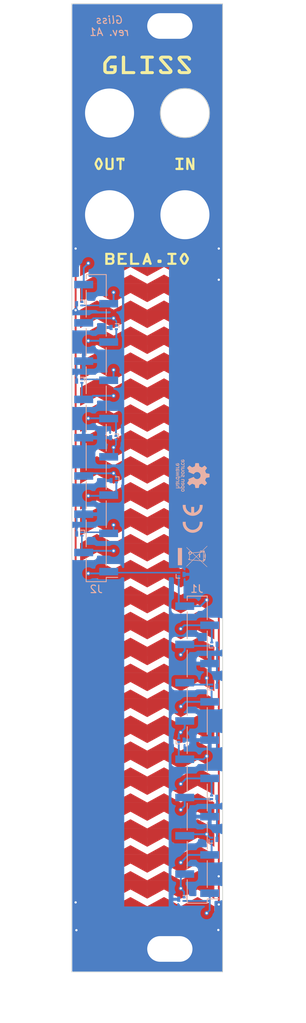
<source format=kicad_pcb>
(kicad_pcb (version 20221018) (generator pcbnew)
  (title_block (title "Gliss [Faceplate]") (rev "1.0") (company "Augmented Instruments Ltd."))
  (layers (0 "F.Cu" signal) (31 "B.Cu" signal) (34 "B.Paste" user) (35 "F.Paste" user) (36 "B.SilkS" user "B.Silkscreen") (37 "F.SilkS" user "F.Silkscreen") (38 "B.Mask" user) (39 "F.Mask" user) (44 "Edge.Cuts" user))
  (net 0 "")
  (net 1 "GND")
  (net 2 "/pad2")
  (net 3 "/pad6")
  (net 4 "/pad10")
  (net 5 "/pad14")
  (net 6 "/pad18")
  (net 7 "/pad22")
  (net 8 "/pad26")
  (net 9 "/pad4")
  (net 10 "/pad8")
  (net 11 "/pad12")
  (net 12 "/pad16")
  (net 13 "/pad20")
  (net 14 "/pad24")
  (net 15 "/pad1")
  (net 16 "/pad3")
  (net 17 "/pad5")
  (net 18 "/pad7")
  (net 19 "/pad9")
  (net 20 "/pad11")
  (net 21 "/pad13")
  (net 22 "/pad15")
  (net 23 "/pad17")
  (net 24 "/pad19")
  (net 25 "/pad21")
  (net 26 "/pad23")
  (net 27 "/pad25")
  (footprint "Gliss:TouchSlider-26_89.5x17.8mm" (layer "F.Cu") (at 130.52 100.89 -90)
    (fp_text reference "P1" hide)
    (fp_text value "Conn_01x26")
  )
  (footprint "Gliss:eurorack_knurled_nut" (layer "F.Cu") (at 135.52 51.53)
    (fp_text reference "REF**" hide)
    (fp_text value "eurorack_knurled_nut")
  )
  (footprint "Gliss:eurorack_knurled_nut" (layer "F.Cu") (at 125.52 51.53)
    (fp_text reference "REF**" hide)
    (fp_text value "eurorack_knurled_nut")
  )
  (footprint "Gliss:eurorack_knurled_nut" (layer "F.Cu") (at 125.52 38.03)
    (fp_text reference "REF**" hide)
    (fp_text value "eurorack_knurled_nut")
  )
  (footprint "Gliss:gliss_edge_silkscreen_rotated_v3" (layer "F.Cu") (at 140.52 152.03 180)
    (fp_text reference "outline" hide)
    (fp_text value "Val**" hide)
    (fp_line (start 0 0) (end 20 0) (stroke (width 0.1)) (layer "Edge.Cuts"))
    (fp_line (start 0 128.5) (end 0 0) (stroke (width 0.1)) (layer "Edge.Cuts"))
    (fp_line (start 20 0) (end 20 128.5) (stroke (width 0.1)) (layer "Edge.Cuts"))
    (fp_line (start 20 128.5) (end 0 128.5) (stroke (width 0.1)) (layer "Edge.Cuts"))
    (fp_circle (center 5 114) (end 8.25 114) (stroke (width 0.12)) (fill none) (layer "Edge.Cuts"))
  )
  (footprint "Package_DFN_QFN:Diodes_DFN1006-3" (layer "B.Cu") (at 121.5 73.606 180)
    (fp_text reference "U11" hide)
    (fp_text value "D5V0F2U3LP")
  )
  (footprint "Gliss:CE-Mark" (layer "B.Cu") (at 136.55 91.89 90)
    (fp_text reference "REF**" hide)
    (fp_text value "CE-Mark")
  )
  (footprint "Package_DFN_QFN:Diodes_DFN1006-3" (layer "B.Cu") (at 139.407 114.119)
    (fp_text reference "U2" hide)
    (fp_text value "D5V0F2U3LP")
  )
  (footprint "Package_DFN_QFN:Diodes_DFN1006-3" (layer "B.Cu") (at 135.05 99.26)
    (fp_text reference "U13" hide)
    (fp_text value "D5V0F2U3LP")
  )
  (footprint "Package_DFN_QFN:Diodes_DFN1006-3" (layer "B.Cu") (at 121.51 93.9 180)
    (fp_text reference "U10" hide)
    (fp_text value "D5V0F2U3LP")
  )
  (footprint "Connector_PinHeader_2.54mm:PinHeader_1x16_P2.54mm_Vertical_SMD_Pin1Right" (layer "B.Cu") (at 123.75 79.85)
    (fp_text reference "J2")
    (fp_text value "Conn_01x16_Male")
  )
  (footprint "Gliss:OpenSourceHardware_Logo" (layer "B.Cu") (at 136.55 86.14 90)
    (fp_text reference "REF**" hide)
    (fp_text value "OpenSourceHardware_Logo")
  )
  (footprint "Package_DFN_QFN:Diodes_DFN1006-3" (layer "B.Cu") (at 139.407 134.439)
    (fp_text reference "U3" hide)
    (fp_text value "D5V0F2U3LP")
  )
  (footprint "Package_DFN_QFN:Diodes_DFN1006-3" (layer "B.Cu") (at 126.072 66.494 180)
    (fp_text reference "U9" hide)
    (fp_text value "D5V0F2U3LP")
  )
  (footprint "Connector_PinHeader_2.54mm:PinHeader_1x16_P2.54mm_Vertical_SMD_Pin1Right" (layer "B.Cu") (at 137.15 122.53)
    (fp_text reference "J1")
    (fp_text value "Conn_01x16_Male")
  )
  (footprint "Package_DFN_QFN:Diodes_DFN1006-3" (layer "B.Cu") (at 139.407 128.859)
    (fp_text reference "U5" hide)
    (fp_text value "D5V0F2U3LP")
  )
  (footprint "Gliss:WEEE-Label" (layer "B.Cu") (at 136.55 96.89 90)
    (fp_text reference "REF**" hide)
    (fp_text value "WEEE-Label")
  )
  (footprint "Package_DFN_QFN:Diodes_DFN1006-3" (layer "B.Cu") (at 135.05 142.38 180)
    (fp_text reference "U1" hide)
    (fp_text value "D5V0F2U3LP")
  )
  (footprint "Package_DFN_QFN:Diodes_DFN1006-3" (layer "B.Cu") (at 139.43 108.53)
    (fp_text reference "U4" hide)
    (fp_text value "D5V0F2U3LP")
  )
  (footprint "Package_DFN_QFN:Diodes_DFN1006-3" (layer "B.Cu") (at 126.0212 81.1244 180)
    (fp_text reference "U12" hide)
    (fp_text value "D5V0F2U3LP")
  )
  (footprint "Package_DFN_QFN:Diodes_DFN1006-3" (layer "B.Cu") (at 135.05 121.2644)
    (fp_text reference "U7" hide)
    (fp_text value "D5V0F2U3LP")
  )
  (footprint "Package_DFN_QFN:Diodes_DFN1006-3" (layer "B.Cu") (at 126.072 86.814 180)
    (fp_text reference "U8" hide)
    (fp_text value "D5V0F2U3LP")
  )
  (footprint "Package_DFN_QFN:Diodes_DFN1006-3" (layer "B.Cu") (at 121.5 63.3444 180)
    (fp_text reference "U6" hide)
    (fp_text value "D5V0F2U3LP")
  )
  (gr_text "Gliss\nrev. A1" (at 125.52 26.48) (layer "B.SilkS") (effects (font (size 1 1) (thickness 0.15) italic) (justify mirror)))
  (segment (start 121.02 64.208) (end 121.02 142.8) (width 0.25) (layer "F.Cu") (net 1))
  (segment (start 140.01 118.723) (end 140.01 124.311) (width 0.25) (layer "F.Cu") (net 1))
  (segment (start 140.01 146.405) (end 140.01 145.73) (width 0.25) (layer "F.Cu") (net 1))
  (segment (start 140.01 124.311) (end 140.01 139.551) (width 0.25) (layer "F.Cu") (net 1))
  (segment (start 121.02 142.8) (end 121.02 146.385) (width 0.25) (layer "F.Cu") (net 1))
  (segment (start 121.02 56.02) (end 140.01 56.02) (width 0.25) (layer "F.Cu") (net 1))
  (segment (start 140.01 139.551) (end 140.01 145.73) (width 0.25) (layer "F.Cu") (net 1))
  (segment (start 140.01 56.02) (end 140.01 60.16) (width 0.25) (layer "F.Cu") (net 1))
  (segment (start 140.01 56.02) (end 140.01 30.21) (width 0.25) (layer "F.Cu") (net 1))
  (segment (start 121.02 146.385) (end 121.125 146.49) (width 0.25) (layer "F.Cu") (net 1))
  (segment (start 140.01 60.16) (end 140.01 118.723) (width 0.25) (layer "F.Cu") (net 1))
  (segment (start 121.02 56.02) (end 121.02 64.208) (width 0.25) (layer "F.Cu") (net 1))
  (segment (start 139.95 146.465) (end 140.01 146.405) (width 0.25) (layer "F.Cu") (net 1))
  (segment (start 121.02 56.02) (end 121.02 30.09) (width 0.25) (layer "F.Cu") (net 1))
  (via (at 140 139.34) (size 0.6) (drill 0.3) (layers "F.Cu" "B.Cu") (net 1))
  (via (at 140.01 143.08) (size 0.6) (drill 0.3) (layers "F.Cu" "B.Cu") (net 1))
  (via (at 139.95 146.465) (size 0.6) (drill 0.3) (layers "F.Cu" "B.Cu") (net 1))
  (via (at 121.02 142.8) (size 0.6) (drill 0.3) (layers "F.Cu" "B.Cu") (net 1))
  (via (at 121.125 146.49) (size 0.6) (drill 0.3) (layers "F.Cu" "B.Cu") (net 1))
  (via (at 121.02 64.208) (size 0.6) (drill 0.3) (layers "F.Cu" "B.Cu") (net 1))
  (via (at 140.01 56.02) (size 0.6) (drill 0.3) (layers "F.Cu" "B.Cu") (net 1))
  (via (at 140.01 60.16) (size 0.6) (drill 0.3) (layers "F.Cu" "B.Cu") (net 1))
  (via (at 121.02 56.02) (size 0.6) (drill 0.3) (layers "F.Cu" "B.Cu") (net 1))
  (segment (start 138.805 131.42) (end 139.43 131.42) (width 0.25) (layer "B.Cu") (net 1))
  (segment (start 138.805 121.27) (end 139.44 121.27) (width 0.25) (layer "B.Cu") (net 1))
  (segment (start 139.757 121.587) (end 139.757 124.289) (width 0.25) (layer "B.Cu") (net 1))
  (segment (start 139.44 131.42) (end 139.757 131.737) (width 0.25) (layer "B.Cu") (net 1))
  (segment (start 139.78 110.71) (end 139.78 108.53) (width 0.25) (layer "B.Cu") (net 1))
  (segment (start 121.15 91.609) (end 121.15 93.9006) (width 0.25) (layer "B.Cu") (net 1))
  (segment (start 122.095 91.28) (end 121.479 91.28) (width 0.25) (layer "B.Cu") (net 1))
  (segment (start 139.757 131.737) (end 139.757 134.439) (width 0.25) (layer "B.Cu") (net 1))
  (segment (start 138.805 111.1) (end 139.39 111.1) (width 0.25) (layer "B.Cu") (net 1))
  (segment (start 138.805 121.27) (end 139.43 121.27) (width 0.25) (layer "B.Cu") (net 1))
  (segment (start 139.37 111.1) (end 139.757 111.487) (width 0.25) (layer "B.Cu") (net 1))
  (segment (start 139.44 121.27) (end 139.757 121.587) (width 0.25) (layer "B.Cu") (net 1))
  (segment (start 121.479 91.28) (end 121.15 91.609) (width 0.25) (layer "B.Cu") (net 1))
  (segment (start 139.43 121.27) (end 139.757 120.943) (width 0.25) (layer "B.Cu") (net 1))
  (segment (start 125.6668 81.12) (end 125.6712 81.1244) (width 0.2) (layer "B.Cu") (net 1))
  (segment (start 139.757 131.093) (end 139.757 128.859) (width 0.25) (layer "B.Cu") (net 1))
  (segment (start 121.15 64.0754) (end 121.0174 64.208) (width 0.2) (layer "B.Cu") (net 1))
  (segment (start 122.095 91.28) (end 121.733 91.28) (width 0.25) (layer "B.Cu") (net 1))
  (segment (start 121.15 71.416) (end 121.15 73.606) (width 0.2) (layer "B.Cu") (net 1))
  (segment (start 121.606 70.96) (end 121.15 71.416) (width 0.2) (layer "B.Cu") (net 1))
  (segment (start 122.095 81.12) (end 125.6668 81.12) (width 0.2) (layer "B.Cu") (net 1))
  (segment (start 121.733 91.28) (end 121.4294 91.5836) (width 0.25) (layer "B.Cu") (net 1))
  (segment (start 138.805 111.1) (end 139.37 111.1) (width 0.25) (layer "B.Cu") (net 1))
  (segment (start 138.805 131.42) (end 139.44 131.42) (width 0.25) (layer "B.Cu") (net 1))
  (segment (start 139.757 120.943) (end 139.757 118.709) (width 0.25) (layer "B.Cu") (net 1))
  (segment (start 122.095 70.96) (end 121.606 70.96) (width 0.2) (layer "B.Cu") (net 1))
  (segment (start 139.43 131.42) (end 139.757 131.093) (width 0.25) (layer "B.Cu") (net 1))
  (segment (start 139.757 111.487) (end 139.757 114.119) (width 0.25) (layer "B.Cu") (net 1))
  (segment (start 121.15 63.3444) (end 121.15 64.0754) (width 0.2) (layer "B.Cu") (net 1))
  (segment (start 139.39 111.1) (end 139.78 110.71) (width 0.25) (layer "B.Cu") (net 1))
  (via (at 126.05 61.84) (size 0.6) (drill 0.3) (layers "F.Cu" "B.Cu") (net 2))
  (segment (start 121.85 63.5694) (end 125.1756 63.5694) (width 0.2) (layer "B.Cu") (net 2))
  (segment (start 125.405 63.34) (end 124.5016 63.34) (width 0.25) (layer "B.Cu") (net 2))
  (segment (start 126.05 63.0362) (end 126.05 61.84) (width 0.25) (layer "B.Cu") (net 2))
  (segment (start 124.7048 63.34) (end 124.3448 63.7) (width 0.25) (layer "B.Cu") (net 2))
  (segment (start 125.7462 63.34) (end 126.05 63.0362) (width 0.25) (layer "B.Cu") (net 2))
  (segment (start 125.1756 63.5694) (end 125.405 63.34) (width 0.2) (layer "B.Cu") (net 2))
  (segment (start 125.405 63.34) (end 124.7048 63.34) (width 0.25) (layer "B.Cu") (net 2))
  (segment (start 124.5016 63.34) (end 124.2722 63.5694) (width 0.25) (layer "B.Cu") (net 2))
  (segment (start 125.405 63.34) (end 125.7462 63.34) (width 0.25) (layer "B.Cu") (net 2))
  (via (at 126.05 75.56) (size 0.6) (drill 0.3) (layers "F.Cu" "B.Cu") (net 3))
  (segment (start 122.095 76.04) (end 122.8252 76.04) (width 0.25) (layer "B.Cu") (net 3))
  (segment (start 122.8252 76.04) (end 123.3052 75.56) (width 0.25) (layer "B.Cu") (net 3))
  (segment (start 121.85 75.795) (end 122.095 76.04) (width 0.2) (layer "B.Cu") (net 3))
  (segment (start 121.85 73.831) (end 121.85 75.795) (width 0.2) (layer "B.Cu") (net 3))
  (segment (start 123.3052 75.56) (end 126.05 75.56) (width 0.25) (layer "B.Cu") (net 3))
  (via (at 122.7 88.84) (size 0.6) (drill 0.3) (layers "F.Cu" "B.Cu") (net 4))
  (segment (start 122.7 88.84) (end 125.305 88.84) (width 0.25) (layer "B.Cu") (net 4))
  (segment (start 126.0764 88.74) (end 126.422 88.3944) (width 0.25) (layer "B.Cu") (net 4))
  (segment (start 126.422 88.3944) (end 126.422 87.039) (width 0.25) (layer "B.Cu") (net 4))
  (segment (start 125.405 88.74) (end 126.0764 88.74) (width 0.25) (layer "B.Cu") (net 4))
  (segment (start 125.305 88.84) (end 125.405 88.74) (width 0.25) (layer "B.Cu") (net 4))
  (via (at 138.4 102.668) (size 0.6) (drill 0.3) (layers "F.Cu" "B.Cu") (net 5))
  (segment (start 135.495 103.48) (end 134.95 103.48) (width 0.25) (layer "B.Cu") (net 5))
  (segment (start 134.69 103.22) (end 134.7 103.21) (width 0.25) (layer "B.Cu") (net 5))
  (segment (start 134.7 103.21) (end 134.7 99.485) (width 0.25) (layer "B.Cu") (net 5))
  (segment (start 138.4 102.668) (end 137.588 103.48) (width 0.25) (layer "B.Cu") (net 5))
  (segment (start 137.588 103.48) (end 135.495 103.48) (width 0.25) (layer "B.Cu") (net 5))
  (segment (start 134.95 103.48) (end 134.69 103.22) (width 0.25) (layer "B.Cu") (net 5))
  (via (at 134.98 116.79) (size 0.6) (drill 0.3) (layers "F.Cu" "B.Cu") (net 6))
  (segment (start 135.59 116.18) (end 134.98 116.79) (width 0.25) (layer "B.Cu") (net 6))
  (segment (start 139.057 115.928) (end 138.805 116.18) (width 0.25) (layer "B.Cu") (net 6))
  (segment (start 139.057 114.344) (end 139.057 115.928) (width 0.25) (layer "B.Cu") (net 6))
  (segment (start 138.805 116.18) (end 135.59 116.18) (width 0.25) (layer "B.Cu") (net 6))
  (via (at 134.97 130.51) (size 0.6) (drill 0.3) (layers "F.Cu" "B.Cu") (net 7))
  (segment (start 139.057 129.084) (end 135.699 129.084) (width 0.25) (layer "B.Cu") (net 7))
  (segment (start 135.699 129.084) (end 135.495 128.88) (width 0.25) (layer "B.Cu") (net 7))
  (segment (start 135.495 128.88) (end 135.495 129.985) (width 0.25) (layer "B.Cu") (net 7))
  (segment (start 135.495 129.985) (end 134.97 130.51) (width 0.25) (layer "B.Cu") (net 7))
  (via (at 138.4 144.23) (size 0.6) (drill 0.3) (layers "F.Cu" "B.Cu") (net 8))
  (segment (start 138.805 141.58) (end 138.805 142.635) (width 0.25) (layer "B.Cu") (net 8))
  (segment (start 138.805 142.635) (end 138.805 143.825) (width 0.25) (layer "B.Cu") (net 8))
  (segment (start 138.775 142.605) (end 138.805 142.635) (width 0.25) (layer "B.Cu") (net 8))
  (segment (start 138.805 143.825) (end 138.4 144.23) (width 0.25) (layer "B.Cu") (net 8))
  (segment (start 135.4 142.605) (end 138.775 142.605) (width 0.25) (layer "B.Cu") (net 8))
  (segment (start 139.057 141.328) (end 138.805 141.58) (width 0.25) (layer "B.Cu") (net 8))
  (via (at 122.7 68.26) (size 0.6) (drill 0.3) (layers "F.Cu" "B.Cu") (net 9))
  (segment (start 126.422 68.0236) (end 126.422 66.719) (width 0.25) (layer "B.Cu") (net 9))
  (segment (start 125.245 68.26) (end 122.7 68.26) (width 0.25) (layer "B.Cu") (net 9))
  (segment (start 125.405 68.42) (end 125.245 68.26) (width 0.25) (layer "B.Cu") (net 9))
  (segment (start 125.405 68.42) (end 126.0256 68.42) (width 0.25) (layer "B.Cu") (net 9))
  (segment (start 126.0256 68.42) (end 126.422 68.0236) (width 0.25) (layer "B.Cu") (net 9))
  (via (at 126.05 82.42) (size 0.6) (drill 0.3) (layers "F.Cu" "B.Cu") (net 10))
  (segment (start 126.05 83.3816) (end 126.05 82.42) (width 0.25) (layer "B.Cu") (net 10))
  (segment (start 125.7716 83.66) (end 126.05 83.3816) (width 0.25) (layer "B.Cu") (net 10))
  (segment (start 125.405 83.66) (end 125.7716 83.66) (width 0.25) (layer "B.Cu") (net 10))
  (segment (start 126.3712 82.0988) (end 126.05 82.42) (width 0.2) (layer "B.Cu") (net 10))
  (segment (start 126.3712 81.3494) (end 126.3712 82.0988) (width 0.2) (layer "B.Cu") (net 10))
  (via (at 126.05 96.14) (size 0.6) (drill 0.3) (layers "F.Cu" "B.Cu") (net 11))
  (segment (start 121.85 96.115) (end 122.095 96.36) (width 0.2) (layer "B.Cu") (net 11))
  (segment (start 123.1256 96.1358) (end 126.0458 96.1358) (width 0.25) (layer "B.Cu") (net 11))
  (segment (start 122.029 96.36) (end 121.754 96.085) (width 0.25) (layer "B.Cu") (net 11))
  (segment (start 122.9014 96.36) (end 123.1256 96.1358) (width 0.25) (layer "B.Cu") (net 11))
  (segment (start 122.095 96.36) (end 122.9014 96.36) (width 0.25) (layer "B.Cu") (net 11))
  (segment (start 121.85 94.1256) (end 121.85 96.115) (width 0.2) (layer "B.Cu") (net 11))
  (segment (start 122.095 96.36) (end 122.029 96.36) (width 0.25) (layer "B.Cu") (net 11))
  (segment (start 122.1294 96.3256) (end 122.095 96.36) (width 0.25) (layer "B.Cu") (net 11))
  (segment (start 126.0458 96.1358) (end 126.05 96.14) (width 0.25) (layer "B.Cu") (net 11))
  (via (at 134.96 109.93) (size 0.6) (drill 0.3) (layers "F.Cu" "B.Cu") (net 12))
  (segment (start 135.495 109.395) (end 134.96 109.93) (width 0.25) (layer "B.Cu") (net 12))
  (segment (start 135.69 108.755) (end 135.495 108.56) (width 0.25) (layer "B.Cu") (net 12))
  (segment (start 135.495 108.56) (end 135.495 109.395) (width 0.25) (layer "B.Cu") (net 12))
  (segment (start 139.08 108.755) (end 135.69 108.755) (width 0.25) (layer "B.Cu") (net 12))
  (via (at 138.4 123.392) (size 0.6) (drill 0.3) (layers "F.Cu" "B.Cu") (net 13))
  (segment (start 135.495 123.8) (end 135.12 123.8) (width 0.25) (layer "B.Cu") (net 13))
  (segment (start 135.12 123.8) (end 134.7 123.38) (width 0.25) (layer "B.Cu") (net 13))
  (segment (start 137.992 123.8) (end 135.495 123.8) (width 0.25) (layer "B.Cu") (net 13))
  (segment (start 134.7 123.38) (end 134.7 121.4894) (width 0.25) (layer "B.Cu") (net 13))
  (segment (start 138.4 123.392) (end 137.992 123.8) (width 0.25) (layer "B.Cu") (net 13))
  (via (at 134.97 137.51) (size 0.6) (drill 0.3) (layers "F.Cu" "B.Cu") (net 14))
  (segment (start 135.98 136.5) (end 134.97 137.51) (width 0.25) (layer "B.Cu") (net 14))
  (segment (start 138.805 136.5) (end 135.98 136.5) (width 0.25) (layer "B.Cu") (net 14))
  (segment (start 139.057 134.664) (end 139.057 136.248) (width 0.25) (layer "B.Cu") (net 14))
  (segment (start 139.057 136.248) (end 138.805 136.5) (width 0.25) (layer "B.Cu") (net 14))
  (via (at 122.7 57.97) (size 0.6) (drill 0.3) (layers "F.Cu" "B.Cu") (net 15))
  (segment (start 121.85 63.1194) (end 121.85 61.045) (width 0.2) (layer "B.Cu") (net 15))
  (segment (start 121.85 61.045) (end 122.095 60.8) (width 0.2) (layer "B.Cu") (net 15))
  (segment (start 122.095 58.575) (end 122.7 57.97) (width 0.25) (layer "B.Cu") (net 15))
  (segment (start 122.095 60.8) (end 122.095 58.575) (width 0.25) (layer "B.Cu") (net 15))
  (segment (start 122.104 60.809) (end 122.095 60.8) (width 0.25) (layer "B.Cu") (net 15))
  (via (at 126.05 65.27) (size 0.6) (drill 0.3) (layers "F.Cu" "B.Cu") (net 16))
  (segment (start 122.095 65.88) (end 122.7744 65.88) (width 0.25) (layer "B.Cu") (net 16))
  (segment (start 122.6728 65.88) (end 122.9224 65.6304) (width 0.25) (layer "B.Cu") (net 16))
  (segment (start 126.422 66.269) (end 126.422 65.642) (width 0.2) (layer "B.Cu") (net 16))
  (segment (start 122.3172 65.88) (end 122.5484 65.6488) (width 0.25) (layer "B.Cu") (net 16))
  (segment (start 123.3844 65.27) (end 126.05 65.27) (width 0.25) (layer "B.Cu") (net 16))
  (segment (start 122.095 65.88) (end 122.8252 65.88) (width 0.25) (layer "B.Cu") (net 16))
  (segment (start 122.8252 65.88) (end 123.0748 65.6304) (width 0.25) (layer "B.Cu") (net 16))
  (segment (start 122.095 65.88) (end 122.6728 65.88) (width 0.25) (layer "B.Cu") (net 16))
  (segment (start 122.7744 65.88) (end 123.3844 65.27) (width 0.25) (layer "B.Cu") (net 16))
  (segment (start 122.095 65.88) (end 122.3172 65.88) (width 0.25) (layer "B.Cu") (net 16))
  (segment (start 126.422 65.642) (end 126.05 65.27) (width 0.2) (layer "B.Cu") (net 16))
  (via (at 126.05 72.13) (size 0.6) (drill 0.3) (layers "F.Cu" "B.Cu") (net 17))
  (segment (start 125.6954 73.5) (end 126.05 73.1454) (width 0.25) (layer "B.Cu") (net 17))
  (segment (start 121.85 73.381) (end 125.286 73.381) (width 0.2) (layer "B.Cu") (net 17))
  (segment (start 125.286 73.381) (end 125.405 73.5) (width 0.2) (layer "B.Cu") (net 17))
  (segment (start 126.05 73.1454) (end 126.05 72.13) (width 0.25) (layer "B.Cu") (net 17))
  (segment (start 125.405 73.5) (end 125.6954 73.5) (width 0.25) (layer "B.Cu") (net 17))
  (via (at 122.7 78.55) (size 0.6) (drill 0.3) (layers "F.Cu" "B.Cu") (net 18))
  (segment (start 126.1692 78.58) (end 126.3768 78.7876) (width 0.25) (layer "B.Cu") (net 18))
  (segment (start 126.3768 78.7876) (end 126.3712 78.7932) (width 0.25) (layer "B.Cu") (net 18))
  (segment (start 125.405 78.58) (end 125.375 78.55) (width 0.25) (layer "B.Cu") (net 18))
  (segment (start 125.405 78.58) (end 126.1692 78.58) (width 0.25) (layer "B.Cu") (net 18))
  (segment (start 125.375 78.55) (end 122.7 78.55) (width 0.25) (layer "B.Cu") (net 18))
  (segment (start 126.3712 78.7932) (end 126.3712 80.8994) (width 0.25) (layer "B.Cu") (net 18))
  (via (at 126.05 85.85) (size 0.6) (drill 0.3) (layers "F.Cu" "B.Cu") (net 19))
  (segment (start 122.095 86.1936) (end 122.4386 85.85) (width 0.25) (layer "B.Cu") (net 19))
  (segment (start 126.422 86.222) (end 126.05 85.85) (width 0.2) (layer "B.Cu") (net 19))
  (segment (start 122.4386 85.85) (end 126.05 85.85) (width 0.25) (layer "B.Cu") (net 19))
  (segment (start 122.095 86.2) (end 122.095 86.1936) (width 0.25) (layer "B.Cu") (net 19))
  (segment (start 126.422 86.589) (end 126.422 86.222) (width 0.2) (layer "B.Cu") (net 19))
  (via (at 126.05 92.71) (size 0.6) (drill 0.3) (layers "F.Cu" "B.Cu") (net 20))
  (segment (start 121.85 93.6756) (end 125.2606 93.6756) (width 0.2) (layer "B.Cu") (net 20))
  (segment (start 125.405 93.82) (end 125.7462 93.82) (width 0.2) (layer "B.Cu") (net 20))
  (segment (start 125.818 93.8244) (end 125.8136 93.82) (width 0.2) (layer "B.Cu") (net 20))
  (segment (start 125.8136 93.82) (end 125.405 93.82) (width 0.2) (layer "B.Cu") (net 20))
  (segment (start 125.2606 93.6756) (end 125.405 93.82) (width 0.2) (layer "B.Cu") (net 20))
  (segment (start 126.05 93.5162) (end 126.05 92.71) (width 0.2) (layer "B.Cu") (net 20))
  (segment (start 125.7462 93.82) (end 126.05 93.5162) (width 0.2) (layer "B.Cu") (net 20))
  (via (at 122.7 99.14) (size 0.6) (drill 0.3) (layers "F.Cu" "B.Cu") (net 21))
  (segment (start 125.54 99.035) (end 125.405 98.9) (width 0.2) (layer "B.Cu") (net 21))
  (segment (start 125.176 99.14) (end 122.7 99.14) (width 0.25) (layer "B.Cu") (net 21))
  (segment (start 125.405 98.911) (end 125.176 99.14) (width 0.25) (layer "B.Cu") (net 21))
  (segment (start 134.612 99.035) (end 125.54 99.035) (width 0.2) (layer "B.Cu") (net 21))
  (segment (start 125.405 98.9) (end 125.405 98.911) (width 0.25) (layer "B.Cu") (net 21))
  (via (at 134.96 106.49) (size 0.6) (drill 0.3) (layers "F.Cu" "B.Cu") (net 22))
  (segment (start 135.43 106.02) (end 134.96 106.49) (width 0.25) (layer "B.Cu") (net 22))
  (segment (start 139.08 108.305) (end 139.08 106.295) (width 0.25) (layer "B.Cu") (net 22))
  (segment (start 138.805 106.02) (end 135.43 106.02) (width 0.25) (layer "B.Cu") (net 22))
  (segment (start 139.08 106.295) (end 138.805 106.02) (width 0.25) (layer "B.Cu") (net 22))
  (via (at 138.4 113.03) (size 0.6) (drill 0.3) (layers "F.Cu" "B.Cu") (net 23))
  (segment (start 138.376 113.894) (end 135.749 113.894) (width 0.25) (layer "B.Cu") (net 23))
  (segment (start 139.057 113.894) (end 138.376 113.894) (width 0.25) (layer "B.Cu") (net 23))
  (segment (start 135.749 113.894) (end 135.495 113.64) (width 0.25) (layer "B.Cu") (net 23))
  (segment (start 138.4 113.03) (end 138.4 113.87) (width 0.25) (layer "B.Cu") (net 23))
  (segment (start 138.4 113.87) (end 138.376 113.894) (width 0.25) (layer "B.Cu") (net 23))
  (via (at 134.95 120.227) (size 0.6) (drill 0.3) (layers "F.Cu" "B.Cu") (net 24))
  (segment (start 135.495 118.72) (end 135.495 119.682) (width 0.25) (layer "B.Cu") (net 24))
  (segment (start 134.7 120.477) (end 134.95 120.227) (width 0.25) (layer "B.Cu") (net 24))
  (segment (start 135.495 119.682) (end 134.95 120.227) (width 0.25) (layer "B.Cu") (net 24))
  (segment (start 134.7 121.0394) (end 134.7 120.477) (width 0.25) (layer "B.Cu") (net 24))
  (via (at 134.97 127.073) (size 0.6) (drill 0.3) (layers "F.Cu" "B.Cu") (net 25))
  (segment (start 135.703 126.34) (end 134.97 127.073) (width 0.25) (layer "B.Cu") (net 25))
  (segment (start 139.057 126.592) (end 138.805 126.34) (width 0.25) (layer "B.Cu") (net 25))
  (segment (start 138.805 126.34) (end 135.703 126.34) (width 0.25) (layer "B.Cu") (net 25))
  (segment (start 139.057 128.634) (end 139.057 126.592) (width 0.25) (layer "B.Cu") (net 25))
  (via (at 138.4 133.754) (size 0.6) (drill 0.3) (layers "F.Cu" "B.Cu") (net 26))
  (segment (start 136.79 133.754) (end 138.4 133.754) (width 0.25) (layer "B.Cu") (net 26))
  (segment (start 135.701 133.754) (end 135.495 133.96) (width 0.25) (layer "B.Cu") (net 26))
  (segment (start 136.79 133.754) (end 135.701 133.754) (width 0.25) (layer "B.Cu") (net 26))
  (segment (start 138.86 134.214) (end 138.4 133.754) (width 0.25) (layer "B.Cu") (net 26))
  (segment (start 139.057 134.214) (end 138.86 134.214) (width 0.25) (layer "B.Cu") (net 26))
  (via (at 134.97 140.94) (size 0.6) (drill 0.3) (layers "F.Cu" "B.Cu") (net 27))
  (segment (start 135.4 141.37) (end 134.97 140.94) (width 0.25) (layer "B.Cu") (net 27))
  (segment (start 134.97 140.94) (end 134.97 139.565) (width 0.25) (layer "B.Cu") (net 27))
  (segment (start 134.97 139.565) (end 135.495 139.04) (width 0.25) (layer "B.Cu") (net 27))
  (segment (start 135.67 138.865) (end 135.495 139.04) (width 0.25) (layer "B.Cu") (net 27))
  (segment (start 135.4 142.155) (end 135.4 141.37) (width 0.25) (layer "B.Cu") (net 27))
  (zone (net 1) (net_name "GND") (layers "F&B.Cu") (connect_pads yes (clearance 0.381)) (min_thickness 0.254) (fill yes (thermal_gap 0.508) (thermal_bridge_width 0.508))
    (polygon (pts (xy 119.762275 23.029159) (xy 141.198672 23.029159) (xy 141.198672 56.51668) (xy 119.762275 56.51668)))
  )
  (zone (net 1) (net_name "GND") (layers "F&B.Cu") (connect_pads yes (clearance 0.508)) (min_thickness 0.254) (fill yes (thermal_gap 0.508) (thermal_bridge_width 0.508))
    (polygon (pts (xy 119.820275 145.413196) (xy 141.325672 145.413196) (xy 141.325672 153.149394) (xy 119.820275 153.149394)))
  )
  (zone (net 1) (net_name "GND") (layer "B.Cu") (connect_pads (clearance 0.508)) (min_thickness 0.254) (fill yes (thermal_gap 0.508) (thermal_bridge_width 0.508))
    (polygon (pts (xy 119.8 56.3) (xy 141.3 56.3) (xy 141.3 145.64) (xy 119.8 145.64)))
  )
  (zone (net 0) (net_name "") (layer "B.Cu") (connect_pads (clearance 0)) (min_thickness 0.254)
    (keepout (tracks allowed) (vias not_allowed) (pads allowed) (copperpour not_allowed) (footprints allowed))
    (fill (thermal_gap 0.508) (thermal_bridge_width 0.508))
    (polygon (pts (xy 127.468959 58.476741) (xy 133.408964 58.476628) (xy 133.358213 143.347993) (xy 127.469008 143.348106)))
  )
)
</source>
